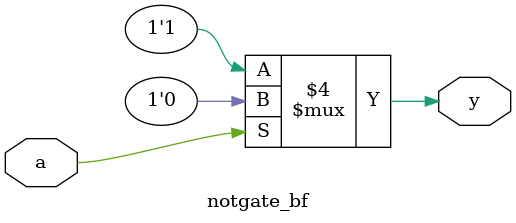
<source format=v>
`timescale 1ns / 1ps


module notgate_bf(y,a);
output y; 
input a; 
reg y; 
always@(a) 
begin 
if(a==1'b1) 
y=0; 
else 
y=1; 
end 
endmodule 

</source>
